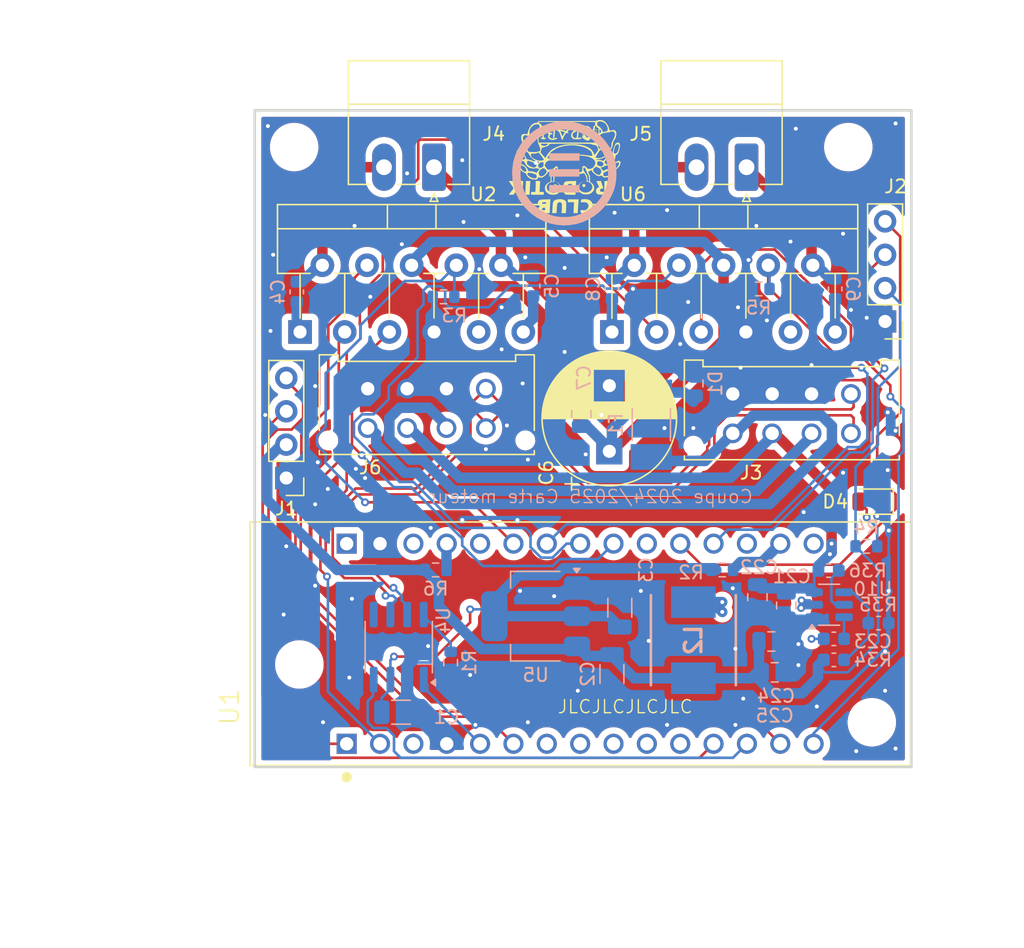
<source format=kicad_pcb>
(kicad_pcb (version 20240108) (generator "pcbnew") (generator_version "8.0")
  (layers (0 "F.Cu" signal) (1 "In1.Cu" signal) (2 "In2.Cu" signal) (3 "In3.Cu" signal) (4 "In4.Cu" signal) (31 "B.Cu" signal) (34 "B.Paste" user) (35 "F.Paste" user) (36 "B.SilkS" user "B.Silkscreen") (37 "F.SilkS" user "F.Silkscreen") (38 "B.Mask" user) (39 "F.Mask" user) (44 "Edge.Cuts" user))
  (net 0 "")
  (net 1 "GND")
  (net 2 "3.3V")
  (net 3 "5V")
  (net 4 "Net-(J4-Pin_1)")
  (net 5 "Net-(U2-BOOTSTRAP1)")
  (net 6 "Net-(U2-BOOTSTRAP2)")
  (net 7 "Net-(J4-Pin_2)")
  (net 8 "Net-(U6-BOOTSTRAP1)")
  (net 9 "Net-(U6-BOOTSTRAP2)")
  (net 10 "Net-(U10-VBST)")
  (net 11 "/DCDC_5V/SW_DCDC5V")
  (net 12 "Net-(D4-A)")
  (net 13 "CAN-")
  (net 14 "CAN+")
  (net 15 "12V_POW_P")
  (net 16 "24V_POW_P")
  (net 17 "12V_ELEC_P")
  (net 18 "Net-(U4-Rs)")
  (net 19 "Net-(U1B-+3V3)")
  (net 20 "/CURRENT_B")
  (net 21 "/CURRENT_A")
  (net 22 "Net-(U1B-+5V)")
  (net 23 "Net-(U10-VFB)")
  (net 24 "/DCDC_5V/Enable_for_DCDC_logic")
  (net 25 "/DIR_B")
  (net 26 "/Therm_B")
  (net 27 "/BRAKE_A")
  (net 28 "/PWM_B")
  (net 29 "CAN_R")
  (net 30 "CAN_D")
  (net 32 "/Therm_A")
  (net 33 "/DIR_A")
  (net 34 "/PWM_A")
  (net 35 "/ENC1_B")
  (net 36 "/ENC1_A")
  (net 37 "/ENC2_A")
  (net 38 "/ENC2_B")
  (net 39 "Net-(J5-Pin_2)")
  (net 40 "Net-(J5-Pin_1)")
  (net 41 "24V")
  (net 44 "/BRAKE_B")
  (footprint "Connector_Molex:Molex_Micro-Fit_3.0_43045-0812_2x04_P3.00mm_Vertical" (layer "F.Cu") (at 85.4 78.6)
    (property "Reference" "J6")
    (property "Value" "Conn_02x04_Top_Bottom")
  )
  (footprint "LibraryVictor:MountingHole_3.2mm_M3" (layer "F.Cu") (at 79.8 60.2)
    (property "Reference" "H1" (hide yes))
    (property "Value" "MountingHole")
  )
  (footprint "Connector_PinHeader_2.54mm:PinHeader_1x04_P2.54mm_Vertical" (layer "F.Cu") (at 79.2 85.4 180)
    (property "Reference" "J1")
    (property "Value" "Conn_01x04_Pin")
  )
  (footprint "Connector_Phoenix_MC:PhoenixContact_MC_1,5_2-G-3.81_1x02_P3.81mm_Horizontal" (layer "F.Cu") (at 114.25 61.7325 180)
    (property "Reference" "J5")
    (property "Value" "Conn_01x02_Socket")
  )
  (footprint "Capacitor_THT:CP_Radial_D10.0mm_P5.00mm" (layer "F.Cu") (at 103.8 83.367677 90)
    (property "Reference" "C6")
    (property "Value" "C_Polarized")
  )
  (footprint "LOGO" (layer "F.Cu") (at 100.4 61.8 180)
    (property "Reference" "G***" (hide yes))
    (property "Value" "LOGO" (hide yes))
  )
  (footprint "Package_TO_SOT_THT:TO-220-11_P3.4x5.08mm_StaggerOdd_Lead4.85mm_Vertical" (layer "F.Cu") (at 104 74.28)
    (property "Reference" "U6")
    (property "Value" "LMD18200")
  )
  (footprint "Connector_Molex:Molex_Micro-Fit_3.0_43045-0812_2x04_P3.00mm_Vertical" (layer "F.Cu") (at 113.2 79)
    (property "Reference" "J3")
    (property "Value" "Conn_02x04_Top_Bottom")
  )
  (footprint "Package_TO_SOT_THT:TO-220-11_P3.4x5.08mm_StaggerOdd_Lead4.85mm_Vertical" (layer "F.Cu") (at 80.25 74.28)
    (property "Reference" "U2")
    (property "Value" "LMD18200")
  )
  (footprint "LibraryVictor:MountingHole_3.2mm_M3" (layer "F.Cu") (at 80.2 99.6)
    (property "Reference" "H3" (hide yes))
    (property "Value" "MountingHole")
  )
  (footprint "Connector_PinHeader_2.54mm:PinHeader_1x04_P2.54mm_Vertical" (layer "F.Cu") (at 124.8 73.48 180)
    (property "Reference" "J2")
    (property "Value" "Conn_01x04_Pin")
  )
  (footprint "NucleoG431:MODULE_NUCLEO-G431KB" (layer "F.Cu") (at 101.58 98.02 90)
    (property "Reference" "U1")
    (property "Value" "NUCLEO-G431KB")
  )
  (footprint "LED_SMD:LED_0805_2012Metric" (layer "F.Cu") (at 123.7375 87.2 180)
    (property "Reference" "D4")
    (property "Value" "LED_G")
  )
  (footprint "LibraryVictor:MountingHole_3.2mm_M3" (layer "F.Cu") (at 122 60.2)
    (property "Reference" "H2" (hide yes))
    (property "Value" "MountingHole")
  )
  (footprint "Connector_Phoenix_MC:PhoenixContact_MC_1,5_2-G-3.81_1x02_P3.81mm_Horizontal" (layer "F.Cu") (at 90.45 61.7325 180)
    (property "Reference" "J4")
    (property "Value" "Conn_01x02_Socket")
  )
  (footprint "LibraryVictor:MountingHole_3.2mm_M3" (layer "F.Cu") (at 123.79 104)
    (property "Reference" "H4" (hide yes))
    (property "Value" "MountingHole")
  )
  (footprint "Capacitor_SMD:C_0603_1608Metric" (layer "B.Cu") (at 121 71 90)
    (property "Reference" "C9")
    (property "Value" "10nF")
  )
  (footprint "IHLP2525CZER3R3M11:INDPM6965X300N" (layer "B.Cu") (at 110.2 97.75 -90)
    (property "Reference" "L2")
    (property "Value" "IHLP2525CZER3R3M11" (hide yes))
  )
  (footprint "Resistor_SMD:R_0603_1608Metric" (layer "B.Cu") (at 115.175 71)
    (property "Reference" "R5")
    (property "Value" "1kR")
  )
  (footprint "Capacitor_SMD:C_0805_2012Metric" (layer "B.Cu") (at 115.075 94.475 -90)
    (property "Reference" "C22")
    (property "Value" "10uF")
  )
  (footprint "Fuse:Fuse_Littelfuse-NANO2-451_453" (layer "B.Cu") (at 107 81.345 -90)
    (property "Reference" "F1")
    (property "Value" "Fuse")
  )
  (footprint "Capacitor_SMD:C_0603_1608Metric" (layer "B.Cu") (at 124.3 96.45)
    (property "Reference" "R35")
    (property "Value" "10k")
  )
  (footprint "Capacitor_SMD:C_0603_1608Metric" (layer "B.Cu") (at 98 70.775 90)
    (property "Reference" "C5")
    (property "Value" "10nF")
  )
  (footprint "Capacitor_SMD:C_1206_3216Metric" (layer "B.Cu") (at 87.94 103.235)
    (property "Reference" "C1")
    (property "Value" "4.7µF")
  )
  (footprint "Capacitor_SMD:C_1206_3216Metric" (layer "B.Cu") (at 104.6 95.275 90)
    (property "Reference" "C3")
    (property "Value" "4.7µF")
  )
  (footprint "Resistor_SMD:R_0603_1608Metric" (layer "B.Cu") (at 123.375 90.6 180)
    (property "Reference" "R4")
    (property "Value" "2kR")
  )
  (footprint "Capacitor_SMD:C_0805_2012Metric" (layer "B.Cu") (at 117.275 95.1125 -90)
    (property "Reference" "C21")
    (property "Value" "10uF")
  )
  (footprint "Resistor_SMD:R_0603_1608Metric" (layer "B.Cu") (at 91.175 71.6)
    (property "Reference" "R3")
    (property "Value" "1kR")
  )
  (footprint "Capacitor_SMD:C_0603_1608Metric" (layer "B.Cu") (at 80 71.225 -90)
    (property "Reference" "C4")
    (property "Value" "10nF")
  )
  (footprint "Resistor_SMD:R_0603_1608Metric" (layer "B.Cu") (at 90.575 92.4)
    (property "Reference" "R6")
    (property "Value" "0R")
  )
  (footprint "Package_TO_SOT_SMD:SOT-223-3_TabPin2" (layer "B.Cu") (at 98.19 95.925 180)
    (property "Reference" "U5")
    (property "Value" "LD1117S33TR_SOT223")
  )
  (footprint "Capacitor_SMD:C_0805_2012Metric" (layer "B.Cu") (at 101.67 80.52 90)
    (property "Reference" "C7")
    (property "Value" "10uF")
  )
  (footprint "Resistor_SMD:R_0603_1608Metric" (layer "B.Cu") (at 91.715 99.46 90)
    (property "Reference" "R1")
    (property "Value" "22kR")
  )
  (footprint "LOGO" (layer "B.Cu") (at 100.354361 62.201716)
    (property "Reference" "G***" (hide yes))
    (property "Value" "LOGO" (hide yes))
  )
  (footprint "Capacitor_SMD:C_0805_2012Metric" (layer "B.Cu") (at 110.2 78.2 90)
    (property "Reference" "D1")
    (property "Value" "25V")
  )
  (footprint "Capacitor_SMD:C_0603_1608Metric" (layer "B.Cu") (at 104 71 -90)
    (property "Reference" "C8")
    (property "Value" "10nF")
  )
  (footprint "Capacitor_SMD:C_0603_1608Metric" (layer "B.Cu") (at 120.5 92.45)
    (property "Reference" "R36")
    (property "Value" "10k")
  )
  (footprint "Capacitor_SMD:C_1206_3216Metric" (layer "B.Cu") (at 104 100.325 -90)
    (property "Reference" "C2")
    (property "Value" "1µF")
  )
  (footprint "Capacitor_SMD:C_0603_1608Metric" (layer "B.Cu") (at 120.9 97.65)
    (property "Reference" "C23")
    (property "Value" "100nF")
  )
  (footprint "Resistor_SMD:R_0603_1608Metric" (layer "B.Cu") (at 112.4 92.4)
    (property "Reference" "R2")
    (property "Value" "DNP")
  )
  (footprint "Capacitor_SMD:C_0805_2012Metric" (layer "B.Cu") (at 116.1375 97.85)
    (property "Reference" "C24")
    (property "Value" "22uF")
  )
  (footprint "Package_TO_SOT_SMD:SOT-23-6" (layer "B.Cu") (at 120.5375 95.05)
    (property "Reference" "U10")
    (property "Value" "TPS563200")
  )
  (footprint "Capacitor_SMD:C_0805_2012Metric" (layer "B.Cu") (at 116.4 100.2)
    (property "Reference" "C25")
    (property "Value" "22uF")
  )
  (footprint "Package_SO:SOIC-8_3.9x4.9mm_P1.27mm" (layer "B.Cu") (at 87.765 98.275 90)
    (property "Reference" "U4")
    (property "Value" "SN65HVD230")
  )
  (footprint "Capacitor_SMD:C_0603_1608Metric" (layer "B.Cu") (at 120.9 99.25 180)
    (property "Reference" "R34")
    (property "Value" "56.2k")
  )
  (gr_rect (start 76.8 57.4) (end 126.8 107.4) (stroke (width 0.2)) (fill none) (layer "Edge.Cuts"))
  (gr_text "Coupe 2024/2025 Carte moteur" (at 114.8 87.4 0) (layer "B.SilkS") (effects (font (size 1 1) (thickness 0.1)) (justify left bottom mirror)))
  (gr_text "JLCJLCJLCJLC" (at 99.8 103.4 0) (layer "F.SilkS") (effects (font (size 1 1) (thickness 0.1)) (justify left bottom)))
  (segment (start 82.45 97.45) (end 79.2 94.2) (width 0.8) (layer "F.Cu") (net 1))
  (segment (start 93.95 99.65) (end 93.2 100.4) (width 0.8) (layer "F.Cu") (net 1))
  (segment (start 79.2 90.6) (end 79.2 85.4) (width 0.8) (layer "F.Cu") (net 1))
  (segment (start 85.802207 104.275) (end 82.45 100.922793) (width 0.8) (layer "F.Cu") (net 1))
  (segment (start 123.35 77.95) (end 120.45 77.95) (width 0.2) (layer "F.Cu") (net 1))
  (segment (start 91.42 105.64) (end 90.055 104.275) (width 0.8) (layer "F.Cu") (net 1))
  (segment (start 82.45 100.922793) (end 82.45 97.45) (width 0.8) (layer "F.Cu") (net 1))
  (segment (start 118.2 98.05) (end 118.2 99.65) (width 0.8) (layer "F.Cu") (net 1))
  (segment (start 124.675 87.2) (end 123.6 86.125) (width 0.2) (layer "F.Cu") (net 1))
  (segment (start 85.4 78.6) (end 91.4 78.6) (width 0.8) (layer "F.Cu") (net 1))
  (segment (start 120.45 77.95) (end 119.4 79) (width 0.2) (layer "F.Cu") (net 1))
  (segment (start 124.194642 87.680358) (end 124.675 87.2) (width 0.2) (layer "F.Cu") (net 1))
  (segment (start 124.194642 88.30756) (end 124.194642 87.680358) (width 0.2) (layer "F.Cu") (net 1))
  (segment (start 79.2 94.2) (end 79.2 90.6) (width 0.8) (layer "F.Cu") (net 1))
  (segment (start 118.2 99.65) (end 93.95 99.65) (width 0.8) (layer "F.Cu") (net 1))
  (segment (start 90.055 104.275) (end 85.802207 104.275) (width 0.8) (layer "F.Cu") (net 1))
  (segment (start 123.6 78.2) (end 123.35 77.95) (width 0.2) (layer "F.Cu") (net 1))
  (segment (start 123.6 86.125) (end 123.6 78.2) (width 0.2) (layer "F.Cu") (net 1))
  (via (at 95.6 75.6) (size 0.6) (drill 0.3) (layers "F.Cu" "B.Cu") (net 1))
  (via (at 102 83.6) (size 0.6) (drill 0.3) (layers "F.Cu" "B.Cu") (net 1))
  (via (at 84.5 84.7) (size 0.6) (drill 0.3) (layers "F.Cu" "B.Cu") (net 1))
  (via (at 106.2 94) (size 0.6) (drill 0.3) (layers "F.Cu" "B.Cu") (net 1))
  (via (at 108.2 104.2) (size 0.6) (drill 0.3) (layers "F.Cu" "B.Cu") (net 1))
  (via (at 94.4 83.2) (size 0.6) (drill 0.3) (layers "F.Cu" "B.Cu") (net 1))
  (via (at 78 74.2) (size 0.6) (drill 0.3) (layers "F.Cu" "B.Cu") (net 1))
  (via (at 96 81.4) (size 0.6) (drill 0.3) (layers "F.Cu" "B.Cu") (net 1))
  (via (at 109.8 72) (size 0.6) (drill 0.3) (layers "F.Cu" "B.Cu") (net 1))
  (via (at 93.2 100.4) (size 0.6) (drill 0.3) (layers "F.Cu" "B.Cu") (net 1))
  (via (at 121.6 85) (size 0.6) (drill 0.3) (layers "F.Cu" "B.Cu") (net 1))
  (via (at 103.2 80.6) (size 0.6) (drill 0.3) (layers "F.Cu" "B.Cu") (net 1))
  (via (at 101.4 101.6) (size 0.6) (drill 0.3) (layers "F.Cu" "B.Cu") (net 1))
  (via (at 110.2 81.6) (size 0.6) (drill 0.3) (layers "F.Cu" "B.Cu") (net 1))
  (via (at 88.4 62.2) (size 0.6) (drill 0.3) (layers "F.Cu" "B.Cu") (net 1))
  (via (at 97 94) (size 0.6) (drill 0.3) (layers "F.Cu" "B.Cu") (net 1))
  (via (at 123.4 73.2) (size 0.6) (drill 0.3) (layers "F.Cu" "B.Cu") (net 1))
  (via (at 97.6 84) (size 0.6) (drill 0.3) (layers "F.Cu" "B.Cu") (net 1))
  (via (at 82.365 86.235) (size 0.6) (drill 0.3) (layers "F.Cu" "B.Cu") (net 1))
  (via (at 96.8 65.4) (size 0.6) (drill 0.3) (layers "F.Cu" "B.Cu") (net 1))
  (via (at 79 95.8) (size 0.6) (drill 0.3) (layers "F.Cu" "B.Cu") (net 1))
  (via (at 122.2 72.6) (size 0.6) (drill 0.3) (layers "F.Cu" "B.Cu") (net 1))
  (via (at 119.6 102.8) (size 0.6) (drill 0.3) (layers "F.Cu" "B.Cu") (net 1))
  (via (at 81.4 87.4) (size 0.6) (drill 0.3) (layers "F.Cu" "B.Cu") (net 1))
  (via (at 81.6 84.2) (size 0.6) (drill 0.3) (layers "F.Cu" "B.Cu") (net 1))
  (via (at 118.2 98.05) (size 0.6) (drill 0.3) (layers "F.Cu" "B.Cu") (net 1))
  (via (at 113.8 77) (size 0.6) (drill 0.3) (layers "F.Cu" "B.Cu") (net 1))
  (via (at 113.2 93.8) (size 0.6) (drill 0.3) (layers "F.Cu" "B.Cu") (net 1))
  (via (at 90 98.2) (size 0.6) (drill 0.3) (layers "F.Cu" "B.Cu") (net 1))
  (via (at 113.6 72.4) (size 0.6) (drill 0.3) (layers "F.Cu" "B.Cu") (net 1))
  (via (at 81.4 78.4) (size 0.6) (drill 0.3) (layers "F.Cu" "B.Cu") (net 1))
  (via (at 125 84.8) (size 0.6) (drill 0.3) (layers "F.Cu" "B.Cu") (net 1))
  (via (at 90.2 89.2) (size 0.6) (drill 0.3) (layers "F.Cu" "B.Cu") (net 1))
  (via (at 121.6 66.8) (size 0.6) (drill 0.3) (layers "F.Cu" "B.Cu") (net 1))
  (via (at 119.2 76.8) (size 0.6) (drill 0.3) (layers "F.Cu" "B.Cu") (net 1))
  (via (at 96.8 88.6) (size 0.6) (drill 0.3) (layers "F.Cu" "B.Cu") (net 1))
  (via (at 114.4 68.8) (size 0.6) (drill 0.3) (layers "F.Cu" "B.Cu") (net 1))
  (via (at 108 81.6) (size 0.6) (drill 0.3) (layers "F.Cu" "B.Cu") (net 1))
  (via (at 115 66.2) (size 0.6) (drill 0.3) (layers "F.Cu" "B.Cu") (net 1))
  (via (at 113.4 98.4) (size 0.6) (drill 0.3) (layers "F.Cu" "B.Cu") (net 1))
  (via (at 105.6 71) (size 0.6) (drill 0.3) (layers "F.Cu" "B.Cu") (net 1))
  (via (at 92.6 61.2) (size 0.6) (drill 0.3) (layers "F.Cu" "B.Cu") (net 1))
  (via (at 97.2 78.2) (size 0.6) (drill 0.3) (layers "F.Cu" "B.Cu") (net 1))
  (via (at 124.194642 88.30756) (size 0.6) (drill 0.3) (layers "F.Cu" "B.Cu") (net 1))
  (via (at 118 58.8) (size 0.6) (drill 0.3) (layers "F.Cu" "B.Cu") (net 1))
  (via (at 124.8 101.6) (size 0.6) (drill 0.3) (layers "F.Cu" "B.Cu") (net 1))
  (via (at 92.7 65.9) (size 0.6) (drill 0.3) (layers "F.Cu" "B.Cu") (net 1))
  (via (at 124.8 98.6) (size 0.6) (drill 0.3) (layers "F.Cu" "B.Cu") (net 1))
  (via (at 88 67.6) (size 0.6) (drill 0.3) (layers "F.Cu" "B.Cu") (net 1))
  (via (at 97.4 68.6) (size 0.6) (drill 0.3) (layers "F.Cu" "B.Cu") (net 1))
  (via (at 95.6 72.4) (size 0.6) (drill 0.3) (layers "F.Cu" "B.Cu") (net 1))
  (via (at 84.2 94.6) (size 0.6) (drill 0.3) (layers "F.Cu" "B.Cu") (net 1))
  (via (at 115.8 73.4) (size 0.6) (drill 0.3) (layers "F.Cu" "B.Cu") (net 1))
  (via (at 100.4 69.4) (size 0.6) (drill 0.3) (layers "F.Cu" "B.Cu") (net 1))
  (via (at 104.2 65.2) (size 0.6) (drill 0.3) (layers "F.Cu" "B.Cu") (net 1))
  (via (at 99.6 94.4) (size 0.6) (drill 0.3) (layers "F.Cu" "B.Cu") (net 1))
  (via (at 103.6 68.6) (size 0.6) (drill 0.3) (layers "F.Cu" "B.Cu") (net 1))
  (via (at 106.8 97.8) (size 0.6) (drill 0.3) (layers "F.Cu" "B.Cu") (net 1))
  (via (at 118.2 99.65) (size 0.6) (drill 0.3) (layers "F.Cu" "B.Cu") (net 1))
  (via (at 114 102.2) (size 0.6) (drill 0.3) (layers "F.Cu" "B.Cu") (net 1))
  (via (at 125.075 94) (size 0.6) (drill 0.3) (layers "F.Cu" "B.Cu") (net 1))
  (via (at 125.6 58.4) (size 0.6) (drill 0.3) (layers "F.Cu" "B.Cu") (net 1))
  (via (at 100.4 75.8) (size 0.6) (drill 0.3) (layers "F.Cu" "B.Cu") (net 1))
  (via (at 78.2 68.4) (size 0.6) (drill 0.3) (layers "F.Cu" "B.Cu") (net 1))
  (via (at 93.9 69.5) (size 0.6) (drill 0.3) (layers "F.Cu" "B.Cu") (net 1))
  (via (at 85.2 85.4) (size 0.6) (drill 0.3) (layers "F.Cu" "B.Cu") (net 1))
  (via (at 82 104) (size 0.6) (drill 0.3) (layers "F.Cu" "B.Cu") (net 1))
  (via (at 108.2 65) (size 0.6) (drill 0.3) (layers "F.Cu" "B.Cu") (net 1))
  (via (at 117.6 67.4) (size 0.6) (drill 0.3) (layers "F.Cu" "B.Cu") (net 1))
  (via (at 98.2 61.4) (size 0.6) (drill 0.3) (layers "F.Cu" "B.Cu") (net 1))
  (via (at 84.4 66.2) (size 0.6) (drill 0.3) (layers "F.Cu" "B.Cu") (net 1))
  (via (at 125.6 81.8) (size 0.6) (drill 0.3) (layers "F.Cu" "B.Cu") (net 1))
  (via (at 84 100.6) (size 0.6) (drill 0.3) (layers "F.Cu" "B.Cu") (net 1))
  (via (at 125 80.4) (size 0.6) (drill 0.3) (layers "F.Cu" "B.Cu") (net 1))
  (via (at 92.6 88.6) (size 0.6) (drill 0.3) (layers "F.Cu" "B.Cu") (net 1))
  (via (at 109.2 75.2) (size 0.6) (drill 0.3) (layers "F.Cu" "B.Cu") (net 1))
  (via (at 85.6 71.6) (size 0.6) (drill 0.3) (layers "F.Cu" "B.Cu") (net 1))
  (via (at 79.2 90.6) (size 0.6) (drill 0.3) (layers "F.Cu" "B.Cu") (net 1))
  (via (at 125.6 106) (size 0.6) (drill 0.3) (layers "F.Cu" "B.Cu") (net 1))
  (via (at 97.6 104) (size 0.6) (drill 0.3) (layers "F.Cu" "B.Cu") (net 1))
  (via (at 77.8 58.6) (size 0.6) (drill 0.3) (layers "F.Cu" "B.Cu") (net 1))
  (via (at 77.6 80.6) (size 0.6) (drill 0.3) (layers "F.Cu" "B.Cu") (net 1))
  (via (at 122.6 106.2) (size 0.6) (drill 0.3) (layers "F.Cu" "B.Cu") (net 1))
  (via (at 118.6 88) (size 0.6) (drill 0.3) (layers "F.Cu" "B.Cu") (net 1))
  (via (at 93.6 104.2) (size 0.6) (drill 0.3) (layers "F.Cu" "B.Cu") (net 1))
  (via (at 125.075 89.4) (size 0.6) (drill 0.3) (layers "F.Cu" "B.Cu") (net 1))
  (via (at 81.4 93.6) (size 0.6) (drill 0.3) (layers "F.Cu" "B.Cu") (net 1))
  (via (at 113.4 104.2) (size 0.6) (drill 0.3) (layers "F.Cu" "B.Cu") (net 1))
  (segment (start 90.35 71.6) (end 90.35 74.18) (width 0.2) (layer "B.Cu") (net 1))
  (segment (start 115.6 75.4) (end 114.2 74) (width 0.8) (layer "B.Cu") (net 1))
  (segment (start 124.8 75.2) (end 123.9 76.1) (width 0.8) (layer "B.Cu") (net 1))
  (segment (start 104.64 93.625) (end 101.34 93.625) (width 0.8) (layer "B.Cu") (net 1))
  (segment (start 90.35 73.9) (end 90.45 74) (width 0.2) (layer "B.Cu") (net 1))
  (segment (start 90.45 76.6) (end 99 76.6) (width 0.8) (layer "B.Cu") (net 1))
  (segment (start 82.365 86.235) (end 81.53 85.4) (width 0.8) (layer "B.Cu") (net 1))
  (segment (start 86.2 88) (end 85.165 89.035) (width 0.8) (layer "B.Cu") (net 1))
  (segment (start 119.2 96.2) (end 117.425 96.2) (width 0.8) (layer "B.Cu") (net 1))
  (segment (start 124.8 73.48) (end 124.8 75.2) (width 0.8) (layer "B.Cu") (net 1))
  (segment (start 119.4 96) (end 119.2 96.2) (width 0.8) (layer "B.Cu") (net 1))
  (segment (start 117.8 100.05) (end 118.2 99.65) (width 0.8) (layer "B.Cu") (net 1))
  (segment (start 105.075 94.06) (end 104.64 93.625) (width 0.8) (layer "B.Cu") (net 1))
  (segment (start 99 76.6) (end 101.8 79.4) (width 0.8) (layer "B.Cu") (net 1))
  (segment (start 118.6 79) (end 112.4 79) (width 0.8) (layer "B.Cu") (net 1))
  (segment (start 91.715 100.285) (end 90.881143 99.451143) (width 0.2) (layer "B.Cu") (net 1))
  (segment (start 90.45 78.15) (end 90.45 76.6) (width 0.8) (layer "B.Cu") (net 1))
  (segment (start 83.6 83.8) (end 84.5 84.7) (width 0.8) (layer "B.Cu") (net 1))
  (segment (start 91.83 100.4) (end 91.715 100.285) (width 0.8) (layer "B.Cu") (net 1))
  (segment (start 125.075 89.4) (end 125.075 89.187918) (width 0.2) (layer "B.Cu") (net 1))
  (segment (start 107 95.6) (end 105.46 94.06) (width 0.8) (layer "B.Cu") (net 1))
  (segment (start 112.4 79) (end 110.2 76.8) (width 0.8) (layer "B.Cu") (net 1))
  (segment (start 93.2 100.4) (end 91.83 100.4) (width 0.8) (layer "B.Cu") (net 1))
  (segment (start 117.425 96.2) (end 117.275 96.05) (width 0.8) (layer "B.Cu") (net 1))
  (segment (start 86.34 90.21) (end 83.065 86.935) (width 0.8) (layer "B.Cu") (net 1))
  (segment (start 115.7 96.05) (end 117.275 96.05) (width 0.8) (layer "B.Cu") (net 1))
  (segment (start 91.42 105.64) (end 91.12 105.64) (width 0.8) (layer "B.Cu") (net 1))
  (segment (start 125.075 89.187918) (end 124.194642 88.30756) (width 0.2) (layer "B.Cu") (net 1))
  (segment (start 90.881143 99.451143) (end 89.148857 99.451143) (width 0.2) (layer "B.Cu") (net 1))
  (segment (start 114.35 71) (end 114.35 73.85) (width 0.2) (layer "B.Cu") (net 1))
  (segment (start 117.075 100.05) (end 117.075 96.85) (width 0.8) (layer "B.Cu") (net 1))
  (segment (start 101.8 79.4) (end 102.967677 79.4) (width 0.8) (layer "B.Cu") (net 1))
  (segment (start 88.67 103.19) (end 88.715 103.235) (width 0.2) (layer "B.Cu") (net 1))
  (segment (start 91.12 105.64) (end 88.715 103.235) (width 0.8) (layer "B.Cu") (net 1))
  (segment (start 89.148857 99.451143) (end 88.67 99.93) (width 0.2) (layer "B.Cu") (net 1))
  (segment (start 117.075 96.925) (end 118.2 98.05) (width 0.8) (layer "B.Cu") (net 1))
  (segment (start 85.165 89.035) (end 83.065 86.935) (width 0.8) (layer "B.Cu") (net 1))
  (segment (start 86.34 90.4) (end 86.34 90.21) (width 0.8) (layer "B.Cu") (net 1))
  (segment (start 117.075 96.85) (end 117.075 96.925) (width 0.8) (layer "B.Cu") (net 1))
  (segment (start 90.2 78.4) (end 90.45 78.15) (width 0.8) (layer "B.Cu") (net 1))
  (segment (start 117.075 96.25) (end 117.275 96.05) (width 0.8) (layer "B.Cu") (net 1))
  (segment (start 84.5 84.7) (end 85.2 85.4) (width 0.8) (layer "B.Cu") (net 1))
  (segment (start 123.9 76.1) (end 122.3 76.1) (width 0.8) (layer "B.Cu") (net 1))
  (segment (start 122.3 76.1) (end 119.4 79) (width 0.8) (layer "B.Cu") (net 1))
  (segment (start 90.2 78.4) (end 91.4 78.4) (width 0.8) (layer "B.Cu") (net 1))
  (segment (start 125.075 94) (end 125.075 89.4) (width 0.2) (layer "B.Cu") (net 1))
  (segment (start 83.065 86.935) (end 82.365 86.235) (width 0.8) (layer "B.Cu") (net 1))
  (segment (start 117.075 100.05) (end 117.8 100.05) (width 0.8) (layer "B.Cu") (net 1))
  (segment (start 86.2 86.4) (end 86.2 88) (width 0.8) (layer "B.Cu") (net 1))
  (segment (start 117.075 96.85) (end 117.075 96.25) (width 0.8) (layer "B.Cu") (net 1))
  (segment (start 90.45 76.6) (end 90.45 74) (width 0.8) (layer "B.Cu") (net 1))
  (segment (start 85.4 78.4) (end 83.6 80.2) (width 0.8) (layer "B.Cu") (net 1))
  (segment (start 105.46 94.06) (end 105.075 94.06) (width 0.8) (layer "B.Cu") (net 1))
  (segment (start 90.35 74.18) (end 90.45 74.28) (width 0.2) (layer "B.Cu") (net 1))
  (segment (start 81.53 85.4) (end 79 85.4) (width 0.8) (layer "B.Cu") (net 1))
  (segment (start 103.8 78.567677) (end 105.567677 76.8) (width 0.8) (layer "B.Cu") (net 1))
  (segment (start 125.075 96.45) (end 125.075 94) (width 0.2) (layer "B.Cu") (net 1))
  (segment (start 88.67 99.93) (end 88.67 103.19) (width 0.2) (layer "B.Cu") (net 1))
  (segment (start 101.76599 79.4) (end 101.8 79.4) (width 0.8) (layer "B.Cu") (net 1))
  (segment (start 110.4 76.8) (end 110.2 76.8) (width 0.2) (layer "B.Cu") (net 1))
  (segment (start 85.2 85.4) (end 86.2 86.4) (width 0.8) (layer "B.Cu") (net 1))
  (segment (start 102.967677 79.4) (end 104 78.367677) (width 0.8) (layer "B.Cu") (net 1))
  (segment (start 114.35 73.85) (end 114.2 74) (width 0.2) (layer "B.Cu") (net 1))
  (segment (start 83.6 80.2) (end 83.6 83.8) (width 0.8) (layer "B.Cu") (net 1))
  (segment (start 115.6 79) (end 115.6 75.4) (width 0.8) (layer "B.Cu") (net 1))
  (segment (start 105.567677 76.8) (end 110.2 76.8) (width 0.8) (layer "B.Cu") (net 1))
  (segment (start 115.075 95.425) (end 115.7 96.05) (width 0.8) (layer "B.Cu") (net 1))
  (segment (start 87.4 99) (end 90.6 99) (width 0.2) (layer "F.Cu") (net 2))
  (segment (start 90.6 99) (end 93.2 96.4) (width 0.2) (layer "F.Cu") (net 2))
  (segment (start 93.2 96.4) (end 93.2 95.4) (width 0.2) (layer "F.Cu") (net 2))
  (via (at 87.4 99) (size 0.6) (drill 0.3) (layers "F.Cu" "B.Cu") (net 2))
  (via (at 93.2 95.4) (size 0.6) (drill 0.3) (layers "F.Cu" "B.Cu") (net 2))
  (segment (start 86.465 102.135) (end 86.465 103.235) (width 0.2) (layer "B.Cu") (net 2))
  (segment (start 111.825 92.275) (end 100.311142 92.275) (width 0.8) (layer "B.Cu") (net 2))
  (segment (start 101.34 95.925) (end 95.04 95.925) (width 0.8) (layer "B.Cu") (net 2))
  (segment (start 96.927207 92.8) (end 95.04 94.687207) (width 0.8) (layer "B.Cu") (net 2))
  (segment (start 104.6 96.75) (end 103.775 95.925) (width 0.8) (layer "B.Cu") (net 2))
  (segment (start 87.13 101.47) (end 86.465 102.135) (width 0.2) (layer "B.Cu") (net 2))
  (segment (start 99.786142 92.8) (end 96.927207 92.8) (width 0.8) (layer "B.Cu") (net 2))
  (segment (start 95.04 94.687207) (end 95.04 95.925) (width 0.8) (layer "B.Cu") (net 2))
  (segment (start 87.4 99) (end 87.13 99.27) (width 0.2) (layer "B.Cu") (net 2))
  (segment (start 103.775 95.925) (end 101.34 95.925) (width 0.8) (layer "B.Cu") (net 2))
  (segment (start 93.2 95.4) (end 94.515 95.4) (width 0.2) (layer "B.Cu") (net 2))
  (segment (start 111.95 92.4) (end 111.825 92.275) (width 0.8) (layer "B.Cu") (net 2))
  (segment (start 94.515 95.4) (end 95.04 95.925) (width 0.2) (layer "B.Cu") (net 2))
  (segment (start 87.13 99.27) (end 87.13 101.47) (width 0.2) (layer "B.Cu") (net 2))
  (segment (start 100.311142 92.275) (end 99.786142 92.8) (width 0.8) (layer "B.Cu") (net 2))
  (segment (start 120.2 100.2) (end 119.6875 99.6875) (width 0.2) (layer "B.Cu") (net 3))
  (segment (start 89.75 92.4) (end 90.825 93.475) (width 0.8) (layer "B.Cu") (net 3))
  (segment (start 105.7 100.65) (end 104 98.95) (width 0.8) (layer "B.Cu") (net 3))
  (segment (start 124.25 82.873775) (end 124.165685 82.95809) (width 0.2) (layer "B.Cu") (net 3))
  (segment (start 115.2 100.749999) (end 116.250001 101.8) (width 0.8) (layer "B.Cu") (net 3))
  (segment (start 124.25 78.55) (end 124.25 82.873775) (width 0.2) (layer "B.Cu") (net 3))
  (segment (start 78.84 82.86) (end 77.75 83.95) (width 0.8) (layer "B.Cu") (net 3))
  (segment (start 79.2 82.86) (end 78.84 82.86) (width 0.8) (layer "B.Cu") (net 3))
  (segment (start 120.125 99.1) (end 120.275 99.25) (width 0.2) (layer "B.Cu") (net 3))
  (segment (start 124.165685 82.95809) (end 122.55 84.573776) (width 0.2) (layer "B.Cu") (net 3))
  (segment (start 77.75 83.95) (end 77.75 87.08) (width 0.8) (layer "B.Cu") (net 3))
  (segment (start 121.948696 100.2) (end 120.2 100.2) (width 0.2) (layer "B.Cu") (net 3))
  (segment (start 102.065 98.95) (end 104 98.95) (width 0.8) (layer "B.Cu") (net 3))
  (segment (start 114.6 100.65) (end 115.2 100.05) (width 0.8) (layer "B.Cu") (net 3))
  (segment (start 124.8 70.94) (end 125.95 72.09) (width 0.2) (layer "B.Cu") (net 3))
  (segment (start 119.6875 100.586986) (end 119.6875 99.6875) (width 0.8) (layer "B.Cu") (net 3))
  (segment (start 119.6875 99.6875) (end 120.125 99.25) (width 0.8) (layer "B.Cu") (net 3))
  (segment (start 90.825 95.172906) (end 94.077094 98.425) (width 0.8) (layer "B.Cu") (net 3))
  (segment (start 116.250001 101.8) (end 118.474486 101.8) (width 0.8) (layer "B.Cu") (net 3))
  (segment (start 115.2 100.05) (end 115.2 100.749999) (width 0.8) (layer "B.Cu") (net 3))
  (segment (start 101.34 98.225) (end 102.065 98.95) (width 0.8) (layer "B.Cu") (net 3))
  (segment (start 110.475 100.65) (end 114.6 100.65) (width 0.8) (layer "B.Cu") (net 3))
  (segment (start 118.474486 101.8) (end 119.6875 100.586986) (width 0.8) (layer "B.Cu") (net 3))
  (segment (start 115.2 100.05) (end 115.2 97.85) (width 0.8) (layer "B.Cu") (net 3))
  (segment (start 124.275 97.873696) (end 121.948696 100.2) (width 0.2) (layer "B.Cu") (net 3))
  (segment (start 122.55 90.6) (end 124.275 92.325) (width 0.2) (layer "B.Cu") (net 3))
  (segment (start 77.75 87.08) (end 83.07 92.4) (width 0.8) (layer "B.Cu") (net 3))
  (segment (start 90.825 93.475) (end 90.825 95.172906) (width 0.8) (layer "B.Cu") (net 3))
  (segment (start 125.95 72.09) (end 125.95 76.85) (width 0.2) (layer "B.Cu") (net 3))
  (segment (start 104.475 98.95) (end 104 98.95) (width 0.8) (layer "B.Cu") (net 3))
  (segment (start 125.95 76.85) (end 124.25 78.55) (width 0.2) (layer "B.Cu") (net 3))
  (segment (start 83.07 92.4) (end 89.75 92.4) (width 0.8) (layer "B.Cu") (net 3))
  (segment (start 94.077094 98.425) (end 101.14 98.425) (width 0.8) (layer "B.Cu") (net 3))
  (segment (start 110.475 100.65) (end 105.7 100.65) (width 0.8) (layer "B.Cu") (net 3))
  (segment (start 124.275 92.325) (end 124.275 97.873696) (width 0.2) (layer "B.Cu") (net 3))
  (segment (start 101.14 98.425) (end 101.34 98.225) (width 0.8) (layer "B.Cu") (net 3))
  (segment (start 122.55 84.573776) (end 122.55 90.6) (width 0.2) (layer "B.Cu") (net 3))
  (segment (start 95.55 68.92) (end 95.55 66.8325) (width 0.8) (layer "F.Cu") (net 4))
  (segment (start 95.55 66.8325) (end 90.45 61.7325) (width 0.8) (layer "F.Cu") (net 4))
  (segment (start 96.63 70) (end 95.55 68.92) (width 0.8) (layer "B.Cu") (net 4))
  (segment (start 98 70) (end 96.63 70) (width 0.8) (layer "B.Cu") (net 4))
  (segment (start 80 72) (end 80 73.75) (width 0.8) (layer "B.Cu") (net 5))
  (segment (start 80 73.75) (end 80.25 74) (width 0.8) (layer "B.Cu") (net 5))
  (segment (start 98 73.25) (end 97.25 74) (width 0.8) (layer "B.Cu") (net 6))
  (segment (start 98 71.55) (end 98 73.25) (width 0.8) (layer "B.Cu") (net 6))
  (segment (start 86.64 61.7325) (end 84.6675 61.7325) (width 0.8) (layer "F.Cu") (net 7))
  (segment (start 81.95 64.45) (end 81.95 68.92) (width 0.8) (layer "F.Cu") (net 7))
  (segment (start 84.6675 61.7325) (end 81.95 64.45) (width 0.8) (layer "F.Cu") (net 7))
  (segment (start 80.42 70.45) (end 81.95 68.92) (width 0.8) (layer "B.Cu") (net 7))
  (segment (start 80 70.45) (end 80.42 70.45) (width 0.8) (layer "B.Cu") (net 7))
  (segment (start 104 71.775) (end 104 74) (width 0.8) (layer "B.Cu") (net 8))
  (segment (start 121 71.775) (end 121 74) (width 0.8) (layer "B.Cu") (net 9))
  (segment (start 121.675 96) (end 121.675 97.65) (width 0.2) (layer "B.Cu") (net 10))
  (via (at 119.2 97.65) (size 0.6) (drill 0.3) (layers "F.Cu" "B.Cu") (net 11))
  (via (at 118.438508 94.723962) (size 0.6) (drill 0.3) (layers "F.Cu" "B.Cu") (net 11))
  (via (at 112.4 95.6) (size 0.6) (drill 0.3) (layers "F.Cu" "B.Cu") (net 11))
  (via (at 118.402631 95.3) (size 0.6) (drill 0.3) (layers "F.Cu" "B.Cu") (net 11))
  (via (at 112.4 94.85) (size 0.6) (drill 0.3) (layers "F.Cu" "B.Cu") (net 11))
  (segment (start 118.8 95.2) (end 118.95 95.05) (width 0.2) (layer "B.Cu") (net 11))
  (segment (start 120.3625 97.4125) (end 120.125 97.65) (width 0.2) (layer "B.Cu") (net 11))
  (segment (start 118.402631 95.3) (end 119.15 95.3) (width 0.2) (layer "B.Cu") (net 11))
  (segment (start 118.438508 95.264123) (end 118.402631 95.3) (width 0.2) (layer "B.Cu") (net 11))
  (segment (start 111.65 94.85) (end 112.4 95.6) (width 0.8) (layer "B.Cu") (net 11))
  (segment (start 110.2 94.85) (end 111.65 94.85) (width 0.8) (layer "B.Cu") (net 11))
  (segment (start 120.125 97.65) (end 119.2 97.65) (width 0.2) (layer "B.Cu") (net 11))
  (segment (start 118.402631 95.3) (end 118.402631 95.121331) (width 0.2) (layer "B.Cu") (net 11))
  (segment (start 119.15 95.3) (end 119.4 95.05) (width 0.2) (layer "B.Cu") (net 11))
  (segment (start 118.95 95.05) (end 119.4 95.05) (width 0.2) (layer "B.Cu") (net 11))
  (segment (start 118.402631 95.121331) (end 118.8 94.723962) (width 0.2) (layer "B.Cu") (net 11))
  (segment (start 118.438508 94.723962) (end 118.8 94.723962) (width 0.2) (layer "B.Cu") (net 11))
  (segment (start 110.475 94.85) (end 112.4 94.85) (width 0.8) (layer "B.Cu") (net 11))
  (segment (start 118.438508 94.838508) (end 118.8 95.2) (width 0.2) (layer "B.Cu") (net 11))
  (segment (start 118.438508 94.723962) (end 118.438508 95.264123) (width 0.2) (layer "B.Cu") (net 11))
  (segment (start 119.073962 94.723962) (end 119.4 95.05) (width 0.2) (layer "B.Cu") (net 11))
  (segment (start 118.8 94.723962) (end 119.073962 94.723962) (width 0.2) (layer "B.Cu") (net 11))
  (segment (start 118.438508 94.723962) (end 118.438508 94.838508) (width 0.2) (layer "B.Cu") (net 11))
  (segment (start 123.4 87.8) (end 122.8 87.2) (width 0.2) (layer "F.Cu") (net 12))
  (segment (start 123.4 88.4) (end 123.4 87.8) (width 0.2) (layer "F.Cu") (net 12))
  (via (at 123.4 88.4) (size 0.6) (drill 0.3) (layers "F.Cu" "B.Cu") (net 12))
  (segment (start 124.2 90.6) (end 124.2 89.2) (width 0.2) (layer "B.Cu") (net 12))
  (segment (start 124.2 89.2) (end 123.4 88.4) (width 0.2) (layer "B.Cu") (net 12))
  (segment (start 82.2 88.4818) (end 84.480798 86.201002) (width 0.2) (layer "F.Cu") (net 13))
  (segment (start 93.100521 79.899479) (end 94.4 78.6) (width 0.2) (layer "F.Cu") (net 13))
  (segment (start 122.225 80.175) (end 122.4 80) (width 0.2) (layer "F.Cu") (net 13))
  (segment (start 111.4 82.8818) (end 111.4 81.384713) (width 0.2) (layer "F.Cu") (net 13))
  (segment (start 89.080798 86.201002) (end 92.775 82.5068) (width 0.2) (layer "F.Cu") (net 13))
  (segment (start 110.756224 83.8) (end 111.26 83.296224) (width 0.2) (layer "F.Cu") (net 13))
  (segment (start 108.5068 85.775) (end 110.4818 83.8) (width 0.2) (layer "F.Cu") (net 13))
  (segment (start 98.66 82.26) (end 102.175 85.775) (width 0.2) (layer "F.Cu") (net 13))
  (segment (start 94.4 78.6) (end 95.674999 79.874999) (width 0.2) (layer "F.Cu") (net 13))
  (segment (start 82.2 91.6) (end 82.2 88.4818) (width 0.2) (layer "F.Cu") (net 13))
  (segment (start 110.4818 83.8) (end 110.756224 83.8) (width 0.2) (layer "F.Cu") (net 13))
  (segment (start 95.674999 79.874999) (end 96.516909 79.874999) (width 0.2) (layer "F.Cu") (net 13))
  (segment (start 85.706801 93.025) (end 83.625 93.025) (width 0.2) (layer "F.Cu") (net 13))
  (segment (start 98.66 82.01809) (end 98.66 82.26) (width 0.2) (layer "F.Cu") (net 13))
  (segment (start 111.26 83.296224) (end 111.26 83.0218) (width 0.2) (layer "F.Cu") (net 13))
  (segment (start 93.099479 80.182322) (end 93.099479 79.899479) (width 0.2) (layer "F.Cu") (net 13))
  (segment (start 111.26 83.0218) (end 111.4 82.8818) (width 0.2) (layer "F.Cu") (net 13))
  (segment (start 83.625 93.025) (end 82.2 91.6) (width 0.2) (layer "F.Cu") (net 13))
  (segment (start 96.516909 79.874999) (end 98.66 82.01809) (width 0.2) (layer "F.Cu") (net 13))
  (segment (start 86.761041 94.362083) (end 86.761041 94.07924) (width 0.2) (layer "F.Cu") (net 13))
  (segment (start 92.775 80.506801) (end 93.099479 80.182322) (width 0.2) (layer "F.Cu") (net 13))
  (segment (start 111.4 81.384713) (end 112.609713 80.175) (width 0.2) (layer "F.Cu") (net 13))
  (segment (start 93.099479 79.899479) (end 93.100521 79.899479) (width 0.2) (layer "F.Cu") (net 13))
  (segment (start 122.4 80) (end 122.4 79) (width 0.2) (layer "F.Cu") (net 13))
  (segment (start 92.775 82.5068) (end 92.775 80.506801) (width 0.2) (layer "F.Cu") (net 13))
  (segment (start 86.761041 94.07924) (end 85.706801 93.025) (width 0.2) (layer "F.Cu") (net 13))
  (segment (start 102.175 85.775) (end 108.5068 85.775) (width 0.2) (layer "F.Cu") (net 13))
  (segment (start 84.480798 86.201002) (end 89.080798 86.201002) (width 0.2) (layer "F.Cu") (net 13))
  (segment (start 112.609713 80.175) (end 122.225 80.175) (width 0.2) (layer "F.Cu") (net 13))
  (via (at 86.761041 94.362083) (size 0.6) (drill 0.3) (layers "F.Cu" "B.Cu") (net 13))
  (segment (start 87.54 94.575355) (end 87.54 94.715) (width 0.2) (layer "B.Cu") (net 13))
  (segment (start 87.326728 94.362083) (end 87.54 94.575355) (width 0.2) (layer "B.Cu") (net 13))
  (segment (start 87.54 94.715) (end 87.13 95.125) (width 0.2) (layer "B.Cu") (net 13))
  (segment (start 86.761041 94.362083) (end 87.326728 94.362083) (width 0.2) (layer "B.Cu") (net 13))
  (segment (start 87.13 95.125) (end 87.13 95.8) (width 0.2) (layer "B.Cu") (net 13))
  (segment (start 94.4 81.2) (end 94.4 81.6) (width 0.2) (layer "F.Cu") (net 14))
  (segment (start 102.025 86.225) (end 108.6932 86.225) (width 0.2) (layer "F.Cu") (net 14))
  (segment (start 111.70998 83.482612) (end 111.70998 83.20822) (width 0.2) (layer "F.Cu") (net 14))
  (segment (start 82.735 88.5832) (end 84.667198 86.651002) (width 0.2) (layer "F.Cu") (net 14))
  (segment (start 95.674999 80.325001) (end 96.401225 80.325001) (width 0.2) (layer "F.Cu") (net 14))
  (segment (start 84.667198 86.651002) (end 89.196484 86.651002) (width 0.2) (layer "F.Cu") (net 14))
  (segment (start 98.26 82.46) (end 102.025 86.225) (width 0.2) (layer "F.Cu") (net 14))
  (segment (start 93.225 80.693199) (end 93.417678 80.500521) (width 0.2) (layer "F.Cu") (net 14))
  (segment (start 82.735 91.465) (end 82.735 88.5832) (width 0.2) (layer "F.Cu") (net 14))
  (segment (start 87.362083 93.761041) (end 87.07924 93.761041) (width 0.2) (layer "F.Cu") (net 14))
  (segment (start 111.8 81.621113) (end 112.796113 80.625) (width 0.2) (layer "F.Cu") (net 14))
  (segment (start 110.66822 84.24998) (end 110.942612 84.24998) (width 0.2) (layer "F.Cu") (net 14))
  (segment (start 93.700521 80.500521) (end 94.4 81.2) (width 0.2) (layer "F.Cu") (net 14))
  (segment (start 89.196484 86.651002) (end 93.225 82.622486) (width 0.2) (layer "F.Cu") (net 14))
  (segment (start 108.6932 86.225) (end 110.66822 84.24998) (width 0.2) (layer "F.Cu") (net 14))
  (segment (start 98.26 82.183776) (end 98.26 82.46) (width 0.2) (layer "F.Cu") (net 14))
  (segment (start 96.401225 80.325001) (end 98.26 82.183776) (width 0.2) (layer "F.Cu") (net 14))
  (segment (start 93.417678 80.500521) (end 93.700521 80.500521) (width 0.2) (layer "F.Cu") (net 14))
  (segment (start 122.4 80.825) (end 122.4 82) (width 0.2) (layer "F.Cu") (net 14))
  (segment (start 110.942612 84.24998) (end 111.70998 83.482612) (width 0.2) (layer "F.Cu") (net 14))
  (segment (start 112.796113 80.625) (end 122.2 80.625) (width 0.2) (layer "F.Cu") (net 14))
  (segment (start 122.2 80.625) (end 122.4 80.825) (width 0.2) (layer "F.Cu") (net 14))
  (segment (start 111.70998 83.20822) (end 111.8 83.1182) (width 0.2) (layer "F.Cu") (net 14))
  (segment (start 83.845 92.575) (end 82.735 91.465) (width 0.2) (layer "F.Cu") (net 14))
  (segment (start 93.225 82.622486) (end 93.225 80.693199) (width 0.2) (layer "F.Cu") (net 14))
  (segment (start 94.4 81.6) (end 95.674999 80.325001) (width 0.2) (layer "F.Cu") (net 14))
  (segment (start 111.8 83.1182) (end 111.8 81.621113) (width 0.2) (layer "F.Cu") (net 14))
  (segment (start 85.893199 92.575) (end 83.845 92.575) (width 0.2) (layer "F.Cu") (net 14))
  (segment (start 87.07924 93.761041) (end 85.893199 92.575) (width 0.2) (layer "F.Cu") (net 14))
  (via (at 87.362083 93.761041) (size 0.6) (drill 0.3) (layers "F.Cu" "B.Cu") (net 14))
  (segment (start 87.99 94.388958) (end 87.99 94.715) (width 0.2) (layer "B.Cu") (net 14))
  (segment (start 88.4 95.125) (end 88.4 95.8) (width 0.2) (layer "B.Cu") (net 14))
  (segment (start 87.99 94.715) (end 88.4 95.125) (width 0.2) (layer "B.Cu") (net 14))
  (segment (start 87.362083 93.761041) (end 87.99 94.388958) (width 0.2) (layer "B.Cu") (net 14))
  (segment (start 120.725 86.325) (end 116.4 82) (width 0.8) (layer "F.Cu") (net 15))
  (segment (start 120.725 90.4) (end 120.725 86.325) (width 0.8) (layer "F.Cu") (net 15))
  (segment (start 120.725 90.4) (end 120.725 91.075) (width 0.8) (layer "F.Cu") (net 15))
  (segment (start 120.725 91.075) (end 120.6 91.2) (width 0.8) (layer "F.Cu") (net 15))
  (via (at 120.725 90.4) (size 0.6) (drill 0.3) (layers "F.Cu" "B.Cu") (net 15))
  (via (at 120.6 91.2) (size 0.6) (drill 0.3) (layers "F.Cu" "B.Cu") (net 15))
  (segment (start 92.38 85.38) (end 113.02 85.38) (width 0.8) (layer "B.Cu") (net 15))
  (segment (start 120.725 91.075) (end 120.6 91.2) (width 0.8) (layer "B.Cu") (net 15))
  (segment (start 88.4 81.4) (end 92.38 85.38) (width 0.8) (layer "B.Cu") (net 15))
  (segment (start 113.02 85.38) (end 116.4 82) (width 0.8) (layer "B.Cu") (net 15))
  (segment (start 120.725 90.4) (end 120.725 91.075) (width 0.8) (layer "B.Cu") (net 15))
  (segment (start 119.4 92.775) (end 119.725 92.45) (width 0.2) (layer "B.Cu") (net 15))
  (segment (start 119.4 94.1) (end 119.4 92.775) (width 0.2) (layer "B.Cu") (net 15))
  (segment (start 115.075 93.525) (end 115.35 93.8) (width 0.8) (layer "B.Cu") (net 15))
  (segment (start 115.35 93.8) (end 119.1 93.8) (width 0.8) (layer "B.Cu") (net 15))
  (segment (start 120.6 91.2) (end 119.725 92.075) (width 0.8) (layer "B.Cu") (net 15))
  (segment (start 119.1 93.8) (end 119.4 94.1) (width 0.8) (layer "B.Cu") (net 15))
  (segment (start 119.725 92.075) (end 119.725 92.45) (width 0.8) (layer "B.Cu") (net 15))
  (segment (start 89.171573 85.000001) (end 91.551574 87.380002) (width 0.8) (layer "B.Cu") (net 16))
  (segment (start 120.75 81.440811) (end 119.959189 80.65) (width 0.8) (layer "B.Cu") (net 16))
  (segment (start 86.05 82.05) (end 86.049999 82.818807) (width 0.8) (layer "B.Cu") (net 16))
  (segment (start 85.4 81.4) (end 86.05 82.05) (width 0.8) (layer "B.Cu") (net 16))
  (segment (start 91.551574 87.380002) (end 116.019998 87.380002) (width 0.8) (layer "B.Cu") (net 16))
  (segment (start 113.4 82) (end 113.2 82) (width 0.8) (layer "B.Cu") (net 16))
  (segment (start 119.959189 80.65) (end 114.75 80.65) (width 0.8) (layer "B.Cu") (net 16))
  (segment (start 107.1 84.1) (end 111.1 84.1) (width 0.8) (layer "B.Cu") (net 16))
  (segment (start 111.1 84.1) (end 113.2 82) (width 0.8) (layer "B.Cu") (net 16))
  (segment (start 114.75 80.65) (end 113.4 82) (width 0.8) (layer "B.Cu") (net 16))
  (segment (start 88.231193 85.000001) (end 89.171573 85.000001) (width 0.8) (layer "B.Cu") (net 16))
  (segment (start 86.049999 82.818807) (end 88.231193 85.000001) (width 0.8) (layer "B.Cu") (net 16))
  (segment (start 120.75 82.65) (end 120.75 81.440811) (width 0.8) (layer "B.Cu") (net 16))
  (segment (start 106.8 83.8) (end 107.1 84.1) (width 0.8) (layer "B.Cu") (net 16))
  (segment (start 116.019998 87.380002) (end 120.75 82.65) (width 0.8) (layer "B.Cu") (net 16))
  (segment (start 89.585786 84) (end 88.645406 84) (width 0.8) (layer "B.Cu") (net 17))
  (segment (start 119.4 82) (end 115.019999 86.380001) (width 0.8) (layer "B.Cu") (net 17))
  (segment (start 87.05 82.404594) (end 87.05 80.840811) (width 0.8) (layer "B.Cu") (net 17))
  (segment (start 87.840811 80.05) (end 90.05 80.05) (width 0.8) (layer "B.Cu") (net 17))
  (segment (start 91.965787 86.380001) (end 89.585786 84) (width 0.8) (layer "B.Cu") (net 17))
  (segment (start 87.05 80.840811) (end 87.840811 80.05) (width 0.8) (layer "B.Cu") (net 17))
  (segment (start 115.019999 86.380001) (end 91.965787 86.380001) (width 0.8) (layer "B.Cu") (net 17))
  (segment (start 88.645406 84) (end 87.05 82.404594) (width 0.8) (layer "B.Cu") (net 17))
  (segment (start 90.05 80.05) (end 91.4 81.4) (width 0.8) (layer "B.Cu") (net 17))
  (segment (start 91.715 98.635) (end 91.715 97.975) (width 0.2) (layer "B.Cu") (net 18))
  (segment (start 91.715 97.975) (end 89.94 96.2) (width 0.2) (layer "B.Cu") (net 18))
  (segment (start 113.225 92.4) (end 113.225 92.375) (width 0.8) (layer "B.Cu") (net 19))
  (segment (start 115.42 91.8) (end 116.82 90.4) (width 0.8) (layer "B.Cu") (net 19))
  (segment (start 113.8 91.8) (end 115.42 91.8) (width 0.8) (layer "B.Cu") (net 19))
  (segment (start 113.225 92.375) (end 113.8 91.8) (width 0.8) (layer "B.Cu") (net 19))
  (segment (start 85.2 87.251002) (end 93.351002 87.251002) (width 0.2) (layer "F.Cu") (net 20))
  (segment (start 93.351002 87.251002) (end 96.5 90.4) (width 0.2) (layer "F.Cu") (net 20))
  (via (at 85.2 87.251002) (size 0.6) (drill 0.3) (layers "F.Cu" "B.Cu") (net 20))
  (segment (start 82.2 77.427057) (end 84.85 74.777057) (width 0.2) (layer "B.Cu") (net 20))
  (segment (start 84.85 73.766472) (end 88.216472 70.4) (width 0.2) (layer "B.Cu") (net 20))
  (segment (start 82.2 81.523776) (end 82.2 77.427057) (width 0.2) (layer "B.Cu") (net 20))
  (segment (start 92 69.07) (end 92 71.6) (width 0.2) (layer "B.Cu") (net 20))
  (segment (start 81.54 82.896224) (end 81.54 82.183776) (width 0.2) (layer "B.Cu") (net 20))
  (segment (start 88.216472 70.4) (end 90.95 70.4) (width 0.2) (layer "B.Cu") (net 20))
  (segment (start 84.85 74.777057) (end 84.85 73.766472) (width 0.2) (layer "B.Cu") (net 20))
  (segment (start 85.2 87.251002) (end 82.2 84.251002) (width 0.2) (layer "B.Cu") (net 20))
  (segment (start 92.15 68.92) (end 92 69.07) (width 0.2) (layer "B.Cu") (net 20))
  (segment (start 81.54 82.183776) (end 82.2 81.523776) (width 0.2) (layer "B.Cu") (net 20))
  (segment (start 82.2 84.251002) (end 82.2 83.556224) (width 0.2) (layer "B.Cu") (net 20))
  (segment (start 82.2 83.556224) (end 81.54 82.896224) (width 0.2) (layer "B.Cu") (net 20))
  (segment (start 90.95 70.4) (end 92.15 69.2) (width 0.2) (layer "B.Cu") (net 20))
  (segment (start 115.9 70.882943) (end 115.9 69.2) (width 0.2) (layer "F.Cu") (net 21))
  (segment (start 123 77) (end 122.017057 77) (width 0.2) (layer "F.Cu") (net 21))
  (segment (start 122.017057 77) (end 115.9 70.882943) (width 0.2) (layer "F.Cu") (net 21))
  (via (at 123 77) (size 0.6) (drill 0.3) (layers "F.Cu" "B.Cu") (net 21))
  (segment (start 121.3 83.7) (end 121.957538 83.042462) (width 0.2) (layer "B.Cu") (net 21))
  (segment (start 121.957538 83.042462) (end 121.965075 83.05) (width 0.2) (layer "B.Cu") (net 21))
  (segment (start 122.834925 83.05) (end 123.45 82.434925) (width 0.2) (layer "B.Cu") (net 21))
  (segment (start 100.505 88.935) (end 116.065 88.935) (width 0.2) (layer "B.Cu") (net 21))
  (segment (start 116.065 88.935) (end 121.3 83.7) (width 0.2) (layer "B.Cu") (net 21))
  (segment (start 116 71) (end 116 69.02) (width 0.2) (layer "B.Cu") (net 21))
  (segment (start 116 69.02) (end 115.9 68.92) (width 0.2) (layer "B.Cu") (net 21))
  (segment (start 121.965075 83.05) (end 122.834925 83.05) (width 0.2) (layer "B.Cu") (net 21))
  (segment (start 123.45 77.45) (end 123 77) (width 0.2) (layer "B.Cu") (net 21))
  (segment (start 123.45 82.434925) (end 123.45 77.45) (width 0.2) (layer "B.Cu") (net 21))
  (segment (start 99.04 90.4) (end 100.505 88.935) (width 0.2) (layer "B.Cu") (net 21))
  (segment (start 91.4 90.42) (end 91.42 90.4) (width 0.8) (layer "B.Cu") (net 22))
  (segment (start 91.4 92.4) (end 91.4 90.42) (width 0.8) (layer "B.Cu") (net 22))
  (segment (start 121.825 99.25) (end 123.525 97.55) (width 0.2) (layer "B.Cu") (net 23))
  (segment (start 123.525 97.55) (end 123.525 96.45) (width 0.2) (layer "B.Cu") (net 23))
  (segment (start 122.337499 94.1) (end 123.525 95.287501) (width 0.2) (layer "B.Cu") (net 23))
  (segment (start 123.525 95.287501) (end 123.525 96.45) (width 0.2) (layer "B.Cu") (net 23))
  (segment (start 121.675 94.1) (end 122.337499 94.1) (width 0.2) (layer "B.Cu") (net 23))
  (segment (start 121.012501 95.05) (end 121.675 95.05) (width 0.2) (layer "B.Cu") (net 24))
  (segment (start 121.275 92.45) (end 120.7125 93.0125) (width 0.2) (layer "B.Cu") (net 24))
  (segment (start 120.7125 94.749999) (end 121.012501 95.05) (width 0.2) (layer "B.Cu") (net 24))
  (segment (start 120.7125 93.0125) (end 120.7125 94.749999) (width 0.2) (layer "B.Cu") (net 24))
  (segment (start 83.26 84.055685) (end 80.3 87.015685) (width 0.2) (layer "F.Cu") (net 25))
  (segment (start 83.2 74.73) (end 83.2 82.123776) (width 0.2) (layer "F.Cu") (net 25))
  (segment (start 80.3 93.5) (end 89.975 103.175) (width 0.2) (layer "F.Cu") (net 25))
  (segment (start 114.355 103.175) (end 116.82 105.64) (width 0.2) (layer "F.Cu") (net 25))
  (segment (start 83.26 82.183776) (end 83.26 84.055685) (width 0.2) (layer "F.Cu") (net 25))
  (segment (start 89.975 103.175) (end 114.355 103.175) (width 0.2) (layer "F.Cu") (net 25))
  (segment (start 83.2 82.123776) (end 83.26 82.183776) (width 0.2) (layer "F.Cu") (net 25))
  (segment (start 83.65 74.28) (end 83.2 74.73) (width 0.2) (layer "F.Cu") (net 25))
  (segment (start 80.3 87.015685) (end 80.3 93.5) (width 0.2) (layer "F.Cu") (net 25))
  (segment (start 100.546138 90.4) (end 99.481138 91.465) (width 0.2) (layer "B.Cu") (net 27))
  (segment (start 92.351471 89.2) (end 91.231473 88.080002) (width 0.2) (layer "B.Cu") (net 27))
  (segment (start 94.6 72.4) (end 96.25 70.75) (width 0.2) (layer "B.Cu") (net 27))
  (segment (start 91.3 72.087648) (end 91.612352 72.4) (width 0.2) (layer "B.Cu") (net 27))
  (segment (start 89.2 76.215256) (end 89.2 72.648529) (width 0.2) (layer "B.Cu") (net 27))
  (segment (start 97.4 89.2) (end 92.351471 89.2) (width 0.2) (layer "B.Cu") (net 27))
  (segment (start 103.526304 70.975) (end 104.63495 70.975) (width 0.2) (layer "B.Cu") (net 27))
  (segment (start 99.481138 91.465) (end 98.598862 91.465) (width 0.2) (layer "B.Cu") (net 27))
  (segment (start 91.231473 88.080002) (end 91.231473 88.049851) (width 0.2) (layer "B.Cu") (net 27))
  (segment (start 91.231473 88.049851) (end 88.881623 85.700001) (width 0.2) (layer "B.Cu") (net 27))
  (segment (start 98.598862 91.465) (end 97.8 90.666138) (width 0.2) (layer "B.Cu") (net 27))
  (segment (start 89.962352 70.8) (end 90.987648 70.8) (width 0.2) (layer "B.Cu") (net 27))
  (segment (start 84.35 82.215074) (end 84.35 81.165075) (width 0.2) (layer "B.Cu") (net 27))
  (segment (start 89.65 72.198529) (end 89.65 71.112352) (width 0.2) (layer "B.Cu") (net 27))
  (segment (start 101.58 90.4) (end 100.546138 90.4) (width 0.2) (layer "B.Cu") (net 27))
  (segment (start 90.987648 70.8) (end 91.3 71.112352) (width 0.2) (layer "B.Cu") (net 27))
  (segment (start 91.3 71.112352) (end 91.3 72.087648) (width 0.2) (layer "B.Cu") (net 27))
  (segment (start 84.35 81.165075) (end 84.965075 80.55) (width 0.2) (layer "B.Cu") (net 27))
  (segment (start 103.301304 70.75) (end 103.526304 70.975) (width 0.2) (layer "B.Cu") (net 27))
  (segment (start 97.8 89.6) (end 97.4 89.2) (width 0.2) (layer "B.Cu") (net 27))
  (segment (start 104.63495 70.975) (end 105.20995 70.4) (width 0.2) (layer "B.Cu") (net 27))
  (segment (start 107.9 70.4) (end 109.1 69.2) (width 0.2) (layer "B.Cu") (net 27))
  (segment (start 87.834927 85.700001) (end 84.35 82.215074) (width 0.2) (layer "B.Cu") (net 27))
  (segment (start 87 78.415256) (end 89.2 76.215256) (width 0.2) (layer "B.Cu") (net 27))
  (segment (start 84.965075 80.55) (end 85.85 80.55) (width 0.2) (layer "B.Cu") (net 27))
  (segment (start 85.85 80.55) (end 87 79.4) (width 0.2) (layer "B.Cu") (net 27))
  (segment (start 87 79.4) (end 87 78.415256) (width 0.2) (layer "B.Cu") (net 27))
  (segment (start 97.8 90.666138) (end 97.8 89.6) (width 0.2) (layer "B.Cu") (net 27))
  (segment (start 89.65 71.112352) (end 89.962352 70.8) (width 0.2) (layer "B.Cu") (net 27))
  (segment (start 96.25 70.75) (end 103.301304 70.75) (width 0.2) (layer "B.Cu") (net 27))
  (segment (start 88.881623 85.700001) (end 87.834927 85.700001) (width 0.2) (layer "B.Cu") (net 27))
  (segment (start 89.2 72.648529) (end 89.65 72.198529) (width 0.2) (layer "B.Cu") (net 27))
  (segment (start 91.612352 72.4) (end 94.6 72.4) (width 0.2) (layer "B.Cu") (net 27))
  (segment (start 105.20995 70.4) (end 107.9 70.4) (width 0.2) (layer "B.Cu") (net 27))
  (segment (start 84.95 83.663603) (end 84.2 82.913603) (width 0.2) (layer "F.Cu") (net 28))
  (segment (start 84.2 82.913603) (end 84.2 77.13) (width 0.2) (layer "F.Cu") (net 28))
  (segment (start 84.2 77.13) (end 87.05 74.28) (width 0.2) (layer "F.Cu") (net 28))
  (via (at 84.95 83.663603) (size 0.6) (drill 0.3) (layers "F.Cu" "B.Cu") (net 28))
  (segment (start 92.6 90) (end 92.6 90.546138) (width 0.2) (layer "B.Cu") (net 28))
  (segment (start 99.496192 92.1) (end 100.021192 91.575) (width 0.2) (layer "B.Cu") (net 28))
  (segment (start 92.585786 90) (end 88.715937 86.130151) (width 0.2) (layer "B.Cu") (net 28))
  (segment (start 100.021192 91.575) (end 102.945 91.575) (width 0.2) (layer "B.Cu") (net 28))
  (segment (start 102.945 91.575) (end 104.12 90.4) (width 0.2) (layer "B.Cu") (net 28))
  (segment (start 94.153862 92.1) (end 99.496192 92.1) (width 0.2) (layer "B.Cu") (net 28))
  (segment (start 92.6 90) (end 92.585786 90) (width 0.2) (layer "B.Cu") (net 28))
  (segment (start 84.95 83.663603) (end 87.386398 86.100001) (width 0.2) (layer "B.Cu") (net 28))
  (segment (start 87.386398 86.100001) (end 88.715937 86.100001) (width 0.2) (layer "B.Cu") (net 28))
  (segment (start 88.715937 86.130151) (end 88.715937 86.100001) (width 0.2) (layer "B.Cu") (net 28))
  (segment (start 92.6 90.546138) (end 94.153862 92.1) (width 0.2) (layer "B.Cu") (net 28))
  (segment (start 85.4 104) (end 85.4 102.4) (width 0.2) (layer "B.Cu") (net 29))
  (segment (start 114.28 105.64) (end 113.215 106.705) (width 0.2) (layer "B.Cu") (net 29))
  (segment (start 85.8 102) (end 85.8 100.81) (width 0.2) (layer "B.Cu") (net 29))
  (segment (start 87.905 106.705) (end 87.405 106.205) (width 0.2) (layer "B.Cu") (net 29))
  (segment (start 113.215 106.705) (end 87.905 106.705) (width 0.2) (layer "B.Cu") (net 29))
  (segment (start 85.8 100.81) (end 85.86 100.75) (width 0.2) (layer "B.Cu") (net 29))
  (segment (start 87.405 105.016088) (end 86.831312 104.4424) (width 0.2) (layer "B.Cu") (net 29))
  (segment (start 87.405 106.205) (end 87.405 105.016088) (width 0.2) (layer "B.Cu") (net 29))
  (segment (start 85.4 102.4) (end 85.8 102) (width 0.2) (layer "B.Cu") (net 29))
  (segment (start 86.831312 104.4424) (end 85.8424 104.4424) (width 0.2) (layer "B.Cu") (net 29))
  (segment (start 85.8424 104.4424) (end 85.4 104) (width 0.2) (layer "B.Cu") (net 29))
  (segment (start 93.96 105.64) (end 89.94 101.62) (width 0.2) (layer "B.Cu") (net 30))
  (segment (start 89.94 101.62) (end 89.94 101.15) (width 0.2) (layer "B.Cu") (net 30))
  (segment (start 82.298603 92.901397) (end 81.8 92.402794) (width 0.2) (layer "F.Cu") (net 33))
  (segment (start 81.8 88.316114) (end 83.8 86.316114) (width 0.2) (layer "F.Cu") (net 33))
  (segment (start 84.85 73.782943) (end 84.8 73.732943) (width 0.2) (layer "F.Cu") (net 33))
  (segment (start 84.8 73.732943) (end 84.8 71.447057) (width 0.2) (layer "F.Cu") (net 33))
  (segment (start 89.25 62.602943) (end 89.25 59.75) (width 0.2) (layer "F.Cu") (net 33))
  (segment (start 84.8 71.447057) (end 86.55 69.697057) (width 0.2) (layer "F.Cu") (net 33))
  (segment (start 89.25 59.75) (end 89.3675 59.6325) (width 0.2) (layer "F.Cu") (net 33))
  (segment (start 89.3675 59.6325) (end 92.7525 59.6325) (width 0.2) (layer "F.Cu") (net 33))
  (segment (start 81.8 92.402794) (end 81.8 88.316114) (width 0.2) (layer "F.Cu") (net 33))
  (segment (start 92.7525 59.6325) (end 107.4 74.28) (width 0.2) (layer "F.Cu") (net 33))
  (segment (start 84.85 74.782943) (end 84.85 73.782943) (width 0.2) (layer "F.Cu") (net 33))
  (segment (start 83.8 75.832943) (end 84.85 74.782943) (width 0.2) (layer "F.Cu") (net 33))
  (segment (start 86.55 69.697057) (end 86.55 65.302943) (width 0.2) (layer "F.Cu") (net 33))
  (segment (start 86.55 65.302943) (end 89.25 62.602943) (width 0.2) (layer "F.Cu") (net 33))
  (segment (start 83.8 86.316114) (end 83.8 75.832943) (width 0.2) (layer "F.Cu") (net 33))
  (via (at 82.298603 92.901397) (size 0.6) (drill 0.3) (layers "F.Cu" "B.Cu") (net 33))
  (segment (start 82.37 101.67) (end 86.34 105.64) (width 0.2) (layer "B.Cu") (net 33))
  (segment (start 82.37 92.972794) (end 82.37 101.67) (width 0.2) (layer "B.Cu") (net 33))
  (segment (start 82.298603 92.901397) (end 82.37 92.972794) (width 0.2) (layer "B.Cu") (net 33))
  (segment (start 125.2 78.351471) (end 122.2 75.351471) (width 0.2) (layer "F.Cu") (net 34))
  (segment (start 112.002943 68) (end 110.8 69.202943) (width 0.2) (layer "F.Cu") (net 34))
  (segment (start 122.2 73.782943) (end 118.617057 70.2) (width 0.2) (layer "F.Cu") (net 34))
  (segment (start 122.2 75.351471) (end 122.2 73.782943) (width 0.2) (layer "F.Cu") (net 34))
  (segment (start 116.397057 68) (end 112.002943 68) (width 0.2) (layer "F.Cu") (net 34))
  (segment (start 118.597057 70.2) (end 116.397057 68) (width 0.2) (layer "F.Cu") (net 34))
  (segment (start 125.2 79.2) (end 125.2 78.351471) (width 0.2) (layer "F.Cu") (net 34))
  (segment (start 110.8 69.202943) (end 110.8 74.28) (width 0.2) (layer "F.Cu") (net 34))
  (segment (start 118.617057 70.2) (end 118.597057 70.2) (width 0.2) (layer "F.Cu") (net 34))
  (via (at 125.2 79.2) (size 0.6) (drill 0.3) (layers "F.Cu" "B.Cu") (net 34))
  (segment (start 125.825 84.825) (end 125.8 84.8) (width 0.2) (layer "B.Cu") (net 34))
  (segment (start 126.2 80.2) (end 125.2 79.2) (width 0.2) (layer "B.Cu") (net 34))
  (segment (start 126.2 83.356224) (end 126.2 80.2) (width 0.2) (layer "B.Cu") (net 34))
  (segment (start 125.825 98.423529) (end 125.825 84.825) (width 0.2) (layer "B.Cu") (net 34))
  (segment (start 125.8 84.8) (end 125.8 83.756224) (width 0.2) (layer "B.Cu") (net 34))
  (segment (start 125.8 83.756224) (end 126.2 83.356224) (width 0.2) (layer "B.Cu") (net 34))
  (segment (start 125 99.2) (end 125.048529 99.2) (width 0.2) (layer "B.Cu") (net 34))
  (segment (start 119.36 104.84) (end 125 99.2) (width 0.2) (layer "B.Cu") (net 34))
  (segment (start 125.048529 99.2) (end 125.825 98.423529) (width 0.2) (layer "B.Cu") (net 34))
  (segment (start 119.36 105.64) (end 119.36 104.84) (width 0.2) (layer "B.Cu") (net 34))
  (segment (start 77.85 101.85) (end 81.64 105.64) (width 0.2) (layer "F.Cu") (net 35))
  (segment (start 81.64 105.64) (end 83.8 105.64) (width 0.2) (layer "F.Cu") (net 35))
  (segment (start 79.604344 81.71) (end 78.523654 81.71) (width 0.2) (layer "F.Cu") (net 35))
  (segment (start 78.523654 81.71) (end 77.85 82.383654) (width 0.2) (layer "F.Cu") (net 35))
  (segment (start 80.484771 80.829573) (end 79.604344 81.71) (width 0.2) (layer "F.Cu") (net 35))
  (segment (start 77.85 82.383654) (end 77.85 101.85) (width 0.2) (layer "F.Cu") (net 35))
  (segment (start 79 77.78) (end 80.484771 79.264771) (width 0.2) (layer "F.Cu") (net 35))
  (segment (start 80.484771 79.264771) (end 80.484771 80.829573) (width 0.2) (layer "F.Cu") (net 35))
  (segment (start 77.4 102) (end 81.8 106.4) (width 0.2) (layer "F.Cu") (net 36))
  (segment (start 77.4 81.92) (end 77.4 102) (width 0.2) (layer "F.Cu") (net 36))
  (segment (start 81.8 106.4) (end 82 106.4) (width 0.2) (layer "F.Cu") (net 36))
  (segment (start 79 80.32) (end 77.4 81.92) (width 0.2) (layer "F.Cu") (net 36))
  (segment (start 110.675 106.705) (end 111.74 105.64) (width 0.2) (layer "F.Cu") (net 36))
  (segment (start 82.305 106.705) (end 110.675 106.705) (width 0.2) (layer "F.Cu") (net 36))
  (segment (start 82 106.4) (end 82.305 106.705) (width 0.2) (layer "F.Cu") (net 36))
  (segment (start 122.6 73.048529) (end 122.8 72.848529) (width 0.2) (layer "F.Cu") (net 37))
  (segment (start 124.748529 77.051471) (end 122.6 74.902942) (width 0.2) (layer "F.Cu") (net 37))
  (segment (start 122.8 70.4) (end 124.8 68.4) (width 0.2) (layer "F.Cu") (net 37))
  (segment (start 122.8 72.848529) (end 122.8 70.4) (width 0.2) (layer "F.Cu") (net 37))
  (segment (start 122.6 74.902942) (end 122.6 73.048529) (width 0.2) (layer "F.Cu") (net 37))
  (via (at 124.748529 77.051471) (size 0.6) (drill 0.3) (layers "F.Cu" "B.Cu") (net 37))
  (segment (start 124.748529 77.051471) (end 123.85 77.95) (width 0.2) (layer "B.Cu") (net 37))
  (segment (start 123.10809 83.45) (end 122.115686 83.45) (width 0.2) (layer "B.Cu") (net 37))
  (segment (start 122.115686 83.45) (end 116.230686 89.335) (width 0.2) (layer "B.Cu") (net 37))
  (segment (start 116.230686 89.335) (end 112.805 89.335) (width 0.2) (layer "B.Cu") (net 37))
  (segment (start 123.85 82.70809) (end 123.10809 83.45) (width 0.2) (layer "B.Cu") (net 37))
  (segment (start 111.2 90.08) (end 111.52 90.4) (width 0.2) (layer "B.Cu") (net 37))
  (segment (start 123.85 77.95) (end 123.85 82.70809) (width 0.2) (layer "B.Cu") (net 37))
  (segment (start 112.805 89.335) (end 111.74 90.4) (width 0.2) (layer "B.Cu") (net 37))
  (segment (start 125.95 67.01) (end 125.95 80.45) (width 0.2) (layer "F.Cu") (net 38))
  (segment (start 124.8 65.86) (end 125.95 67.01) (width 0.2) (layer "F.Cu") (net 38))
  (segment (start 124.2 85.249268) (end 125.6 86.649268) (width 0.2) (layer "F.Cu") (net 38))
  (segment (start 124.2 82.2) (end 124.2 85.249268) (width 0.2) (layer "F.Cu") (net 38))
  (segment (start 110.8 92) (end 109.2 90.4) (width 0.2) (layer "F.Cu") (net 38))
  (segment (start 125.6 86.649268) (end 125.6 87.750732) (width 0.2) (layer "F.Cu") (net 38))
  (segment (start 125.6 87.750732) (end 121.350732 92) (width 0.2) (layer "F.Cu") (net 38))
  (segment (start 121.350732 92) (end 110.8 92) (width 0.2) (layer "F.Cu") (net 38))
  (segment (start 125.95 80.45) (end 124.2 82.2) (width 0.2) (layer "F.Cu") (net 38))
  (segment (start 105.7 64.5) (end 105.7 68.92) (width 0.8) (layer "F.Cu") (net 39))
  (segment (start 110.44 61.7325) (end 108.4675 61.7325) (width 0.8) (layer "F.Cu") (net 39))
  (segment (start 108.4675 61.7325) (end 105.7 64.5) (width 0.8) (layer "F.Cu") (net 39))
  (segment (start 104 70.225) (end 104.395 70.225) (width 0.8) (layer "B.Cu") (net 39))
  (segment (start 104.395 70.225) (end 105.7 68.92) (width 0.8) (layer "B.Cu") (net 39))
  (segment (start 114.25 61.7325) (end 119.2 66.6825) (width 0.8) (layer "F.Cu") (net 40))
  (segment (start 119.2 68.82) (end 119.3 68.92) (width 0.8) (layer "F.Cu") (net 40))
  (segment (start 119.2 66.6825) (end 119.2 68.82) (width 0.8) (layer "F.Cu") (net 40))
  (segment (start 120.605 70.225) (end 119.3 68.92) (width 0.8) (layer "B.Cu") (net 40))
  (segment (start 121 70.225) (end 120.605 70.225) (width 0.8) (layer "B.Cu") (net 40))
  (segment (start 96.56 70.8) (end 98.75 72.99) (width 0.8) (layer "F.Cu") (net 41))
  (segment (start 112.5 74.867677) (end 104 83.367677) (width 0.8) (layer "F.Cu") (net 41))
  (segment (start 112.5 68.92) (end 112.5 74.867677) (width 0.8) (layer "F.Cu") (net 41))
  (segment (start 88.75 68.92) (end 90.63 70.8) (width 0.8) (layer "F.Cu") (net 41))
  (segment (start 90.63 70.8) (end 96.56 70.8) (width 0.8) (layer "F.Cu") (net 41))
  (segment (start 98.75 72.99) (end 98.75 78.117677) (width 0.8) (layer "F.Cu") (net 41))
  (segment (start 98.75 78.117677) (end 104 83.367677) (width 0.8) (layer "F.Cu") (net 41))
  (segment (start 104 83.367677) (end 104 81.69) (width 0.8) (layer "B.Cu") (net 41))
  (segment (start 111 67.42) (end 90.25 67.42) (width 0.8) (layer "B.Cu") (net 41))
  (segment (start 106.8 78.89) (end 109.49 78.89) (width 0.8) (layer "B.Cu") (net 41))
  (segment (start 101.8 81.3) (end 101.932323 81.3) (width 0.8) (layer "B.Cu") (net 41))
  (segment (start 90.25 67.42) (end 88.75 68.92) (width 0.8) (layer "B.Cu") (net 41))
  (segment (start 109.49 78.89) (end 110.2 79.6) (width 0.8) (layer "B.Cu") (net 41))
  (segment (start 112.5 68.92) (end 111 67.42) (width 0.8) (layer "B.Cu") (net 41))
  (segment (start 101.932323 81.3) (end 104 83.367677) (width 0.8) (layer "B.Cu") (net 41))
  (segment (start 104 81.69) (end 106.8 78.89) (width 0.8) (layer "B.Cu") (net 41))
  (segment (start 80.35 82.134925) (end 82.4 80.084925) (width 0.2) (layer "F.Cu") (net 44))
  (segment (start 82.4 73.8) (end 84.4 71.8) (width 0.2) (layer "F.Cu") (net 44))
  (segment (start 79.9 86.85) (end 80.35 86.4) (width 0.2) (layer "F.Cu") (net 44))
  (segment (start 82.4 80.084925) (end 82.4 73.8) (width 0.2) (layer "F.Cu") (net 44))
  (segment (start 80.35 86.4) (end 80.35 82.134925) (width 0.2) (layer "F.Cu") (net 44))
  (segment (start 96.5 105.64) (end 94.435 103.575) (width 0.2) (layer "F.Cu") (net 44))
  (segment (start 89.56495 103.575) (end 79.9 93.91005) (width 0.2) (layer "F.Cu") (net 44))
  (segment (start 94.435 103.575) (end 89.56495 103.575) (width 0.2) (layer "F.Cu") (net 44))
  (segment (start 79.9 93.91005) (end 79.9 86.85) (width 0.2) (layer "F.Cu") (net 44))
  (segment (start 84.4 70.15) (end 85.35 69.2) (width 0.2) (layer "F.Cu") (net 44))
  (segment (start 84.4 71.8) (end 84.4 70.15) (width 0.2) (layer "F.Cu") (net 44))
  (zone (net 1) (net_name "GND") (layers "F.Cu" "In1.Cu" "In2.Cu" "In3.Cu" "In4.Cu" "B.Cu") (connect_pads yes (clearance 0.5)) (min_thickness 0.25) (fill yes (thermal_gap 0.5) (thermal_bridge_width 0.5))
    (polygon (pts (xy 57.4 49) (xy 135.2 49) (xy 135.4 121) (xy 57.8 121.2)))
  )
  (zone (net 11) (net_name "/DCDC_5V/SW_DCDC5V") (layer "B.Cu") (priority 2) (connect_pads yes (clearance 0.5)) (min_thickness 0.25) (fill yes (thermal_gap 0.5) (thermal_bridge_width 0.5))
    (polygon (pts (xy 120 94.2) (xy 120 95.8) (xy 117.8 96) (xy 117.8 94.2)))
  )
  (zone (net 0) (net_name "") (layer "B.Cu") (connect_pads yes (clearance 0)) (min_thickness 0.25)
    (keepout (tracks allowed) (vias allowed) (pads allowed) (copperpour not_allowed) (footprints allowed))
    (fill (thermal_gap 0.5) (thermal_bridge_width 0.5))
    (polygon (pts (xy 120.2 79.8) (xy 121.2 79.2) (xy 120.8 79.8)))
  )
)
</source>
